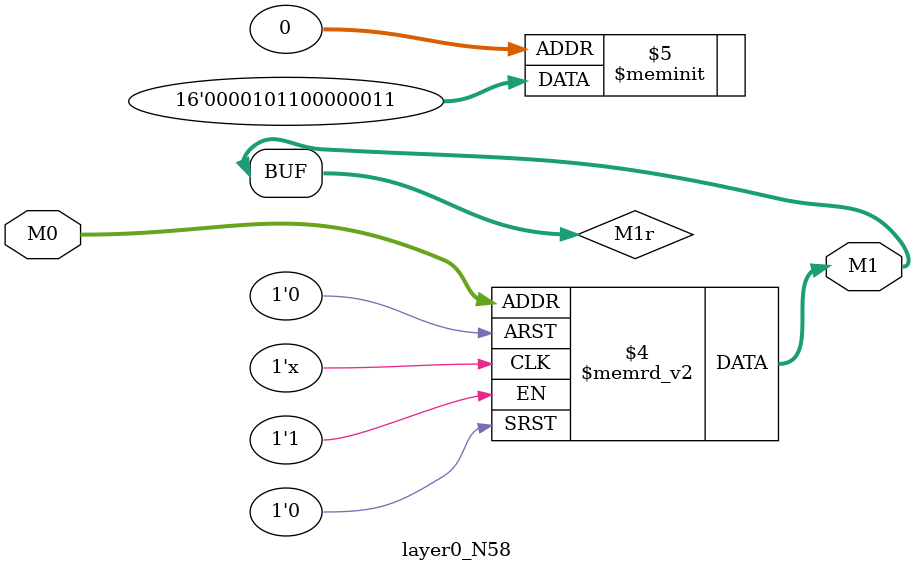
<source format=v>
module layer0_N58 ( input [2:0] M0, output [1:0] M1 );

	(*rom_style = "distributed" *) reg [1:0] M1r;
	assign M1 = M1r;
	always @ (M0) begin
		case (M0)
			3'b000: M1r = 2'b11;
			3'b100: M1r = 2'b11;
			3'b010: M1r = 2'b00;
			3'b110: M1r = 2'b00;
			3'b001: M1r = 2'b00;
			3'b101: M1r = 2'b10;
			3'b011: M1r = 2'b00;
			3'b111: M1r = 2'b00;

		endcase
	end
endmodule

</source>
